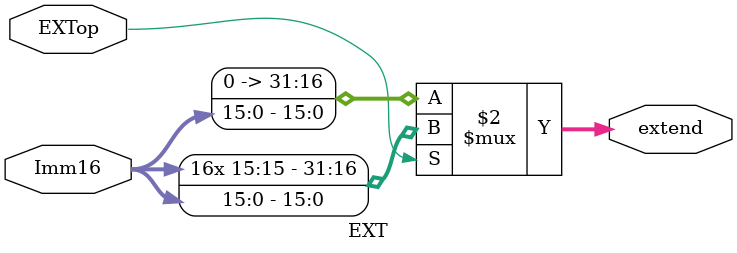
<source format=v>
module EXT(
    input [15:0] Imm16,
    input EXTop,
    output [31:0] extend
);
    //0 是 0 扩展
    //1 是 符号扩展
    parameter EXT_unsign = 1'b0;
    parameter EXT_sign   = 1'b1;
    assign extend = (EXTop == EXT_sign) ? {{16{Imm16[15]}},Imm16} : {16'b0,Imm16};
endmodule
</source>
